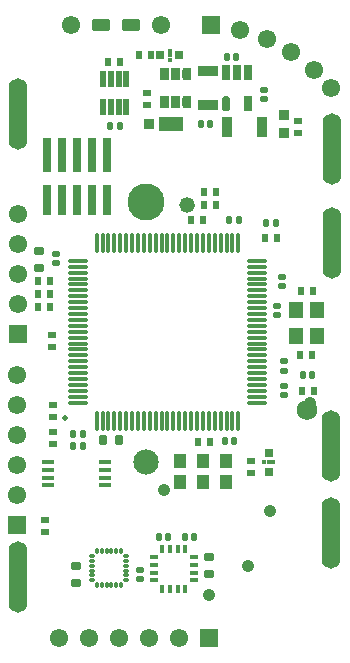
<source format=gbs>
G04 Layer_Color=16711935*
%FSLAX44Y44*%
%MOMM*%
G71*
G01*
G75*
G04:AMPARAMS|DCode=18|XSize=0.508mm|YSize=0.6096mm|CornerRadius=0.127mm|HoleSize=0mm|Usage=FLASHONLY|Rotation=180.002|XOffset=0mm|YOffset=0mm|HoleType=Round|Shape=RoundedRectangle|*
%AMROUNDEDRECTD18*
21,1,0.5080,0.3556,0,0,180.0*
21,1,0.2540,0.6096,0,0,180.0*
1,1,0.2540,-0.1270,0.1778*
1,1,0.2540,0.1270,0.1778*
1,1,0.2540,0.1270,-0.1778*
1,1,0.2540,-0.1270,-0.1778*
%
%ADD18ROUNDEDRECTD18*%
G04:AMPARAMS|DCode=21|XSize=0.508mm|YSize=0.6096mm|CornerRadius=0.127mm|HoleSize=0mm|Usage=FLASHONLY|Rotation=90.000|XOffset=0mm|YOffset=0mm|HoleType=Round|Shape=RoundedRectangle|*
%AMROUNDEDRECTD21*
21,1,0.5080,0.3556,0,0,90.0*
21,1,0.2540,0.6096,0,0,90.0*
1,1,0.2540,0.1778,0.1270*
1,1,0.2540,0.1778,-0.1270*
1,1,0.2540,-0.1778,-0.1270*
1,1,0.2540,-0.1778,0.1270*
%
%ADD21ROUNDEDRECTD21*%
G04:AMPARAMS|DCode=22|XSize=0.508mm|YSize=0.6096mm|CornerRadius=0.127mm|HoleSize=0mm|Usage=FLASHONLY|Rotation=180.000|XOffset=0mm|YOffset=0mm|HoleType=Round|Shape=RoundedRectangle|*
%AMROUNDEDRECTD22*
21,1,0.5080,0.3556,0,0,180.0*
21,1,0.2540,0.6096,0,0,180.0*
1,1,0.2540,-0.1270,0.1778*
1,1,0.2540,0.1270,0.1778*
1,1,0.2540,0.1270,-0.1778*
1,1,0.2540,-0.1270,-0.1778*
%
%ADD22ROUNDEDRECTD22*%
G04:AMPARAMS|DCode=46|XSize=0.6096mm|YSize=0.9144mm|CornerRadius=0.1524mm|HoleSize=0mm|Usage=FLASHONLY|Rotation=0.000|XOffset=0mm|YOffset=0mm|HoleType=Round|Shape=RoundedRectangle|*
%AMROUNDEDRECTD46*
21,1,0.6096,0.6096,0,0,0.0*
21,1,0.3048,0.9144,0,0,0.0*
1,1,0.3048,0.1524,-0.3048*
1,1,0.3048,-0.1524,-0.3048*
1,1,0.3048,-0.1524,0.3048*
1,1,0.3048,0.1524,0.3048*
%
%ADD46ROUNDEDRECTD46*%
G04:AMPARAMS|DCode=47|XSize=0.6096mm|YSize=0.9144mm|CornerRadius=0.1524mm|HoleSize=0mm|Usage=FLASHONLY|Rotation=90.000|XOffset=0mm|YOffset=0mm|HoleType=Round|Shape=RoundedRectangle|*
%AMROUNDEDRECTD47*
21,1,0.6096,0.6096,0,0,90.0*
21,1,0.3048,0.9144,0,0,90.0*
1,1,0.3048,0.3048,0.1524*
1,1,0.3048,0.3048,-0.1524*
1,1,0.3048,-0.3048,-0.1524*
1,1,0.3048,-0.3048,0.1524*
%
%ADD47ROUNDEDRECTD47*%
G04:AMPARAMS|DCode=51|XSize=0.6604mm|YSize=0.3048mm|CornerRadius=0mm|HoleSize=0mm|Usage=FLASHONLY|Rotation=179.998|XOffset=0mm|YOffset=0mm|HoleType=Round|Shape=Rectangle|*
%AMROTATEDRECTD51*
4,1,4,0.3302,0.1524,0.3302,-0.1524,-0.3302,-0.1524,-0.3302,0.1524,0.3302,0.1524,0.0*
%
%ADD51ROTATEDRECTD51*%

G04:AMPARAMS|DCode=52|XSize=0.6604mm|YSize=0.3048mm|CornerRadius=0mm|HoleSize=0mm|Usage=FLASHONLY|Rotation=89.998|XOffset=0mm|YOffset=0mm|HoleType=Round|Shape=Rectangle|*
%AMROTATEDRECTD52*
4,1,4,0.1524,-0.3302,-0.1524,-0.3302,-0.1524,0.3302,0.1524,0.3302,0.1524,-0.3302,0.0*
%
%ADD52ROTATEDRECTD52*%

G04:AMPARAMS|DCode=71|XSize=0.508mm|YSize=0.6096mm|CornerRadius=0.127mm|HoleSize=0mm|Usage=FLASHONLY|Rotation=89.990|XOffset=0mm|YOffset=0mm|HoleType=Round|Shape=RoundedRectangle|*
%AMROUNDEDRECTD71*
21,1,0.5080,0.3556,0,0,90.0*
21,1,0.2540,0.6096,0,0,90.0*
1,1,0.2540,0.1778,0.1270*
1,1,0.2540,0.1778,-0.1270*
1,1,0.2540,-0.1778,-0.1270*
1,1,0.2540,-0.1778,0.1270*
%
%ADD71ROUNDEDRECTD71*%
G04:AMPARAMS|DCode=72|XSize=0.508mm|YSize=0.6096mm|CornerRadius=0.127mm|HoleSize=0mm|Usage=FLASHONLY|Rotation=89.982|XOffset=0mm|YOffset=0mm|HoleType=Round|Shape=RoundedRectangle|*
%AMROUNDEDRECTD72*
21,1,0.5080,0.3556,0,0,90.0*
21,1,0.2540,0.6096,0,0,90.0*
1,1,0.2540,0.1778,0.1269*
1,1,0.2540,0.1778,-0.1271*
1,1,0.2540,-0.1778,-0.1269*
1,1,0.2540,-0.1778,0.1271*
%
%ADD72ROUNDEDRECTD72*%
G04:AMPARAMS|DCode=73|XSize=0.508mm|YSize=0.6096mm|CornerRadius=0.127mm|HoleSize=0mm|Usage=FLASHONLY|Rotation=179.990|XOffset=0mm|YOffset=0mm|HoleType=Round|Shape=RoundedRectangle|*
%AMROUNDEDRECTD73*
21,1,0.5080,0.3556,0,0,180.0*
21,1,0.2540,0.6096,0,0,180.0*
1,1,0.2540,-0.1270,0.1778*
1,1,0.2540,0.1270,0.1778*
1,1,0.2540,0.1270,-0.1778*
1,1,0.2540,-0.1270,-0.1778*
%
%ADD73ROUNDEDRECTD73*%
G04:AMPARAMS|DCode=74|XSize=0.508mm|YSize=0.6096mm|CornerRadius=0.127mm|HoleSize=0mm|Usage=FLASHONLY|Rotation=179.998|XOffset=0mm|YOffset=0mm|HoleType=Round|Shape=RoundedRectangle|*
%AMROUNDEDRECTD74*
21,1,0.5080,0.3556,0,0,180.0*
21,1,0.2540,0.6096,0,0,180.0*
1,1,0.2540,-0.1270,0.1778*
1,1,0.2540,0.1270,0.1778*
1,1,0.2540,0.1270,-0.1778*
1,1,0.2540,-0.1270,-0.1778*
%
%ADD74ROUNDEDRECTD74*%
G04:AMPARAMS|DCode=233|XSize=0.5588mm|YSize=0.6604mm|CornerRadius=0mm|HoleSize=0mm|Usage=FLASHONLY|Rotation=270.010|XOffset=0mm|YOffset=0mm|HoleType=Round|Shape=Rectangle|*
%AMROTATEDRECTD233*
4,1,4,-0.3302,0.2793,0.3302,0.2795,0.3302,-0.2793,-0.3302,-0.2795,-0.3302,0.2793,0.0*
%
%ADD233ROTATEDRECTD233*%

G04:AMPARAMS|DCode=234|XSize=0.5588mm|YSize=0.6604mm|CornerRadius=0mm|HoleSize=0mm|Usage=FLASHONLY|Rotation=0.002|XOffset=0mm|YOffset=0mm|HoleType=Round|Shape=Rectangle|*
%AMROTATEDRECTD234*
4,1,4,-0.2794,-0.3302,-0.2794,0.3302,0.2794,0.3302,0.2794,-0.3302,-0.2794,-0.3302,0.0*
%
%ADD234ROTATEDRECTD234*%

%ADD239C,1.7272*%
%ADD240O,1.5748X6.0508*%
%ADD241C,2.1368*%
%ADD242C,3.1369*%
%ADD243R,1.5508X1.5508*%
%ADD244C,1.5508*%
%ADD245R,1.5508X1.5508*%
G04:AMPARAMS|DCode=246|XSize=1.5508mm|YSize=1.0508mm|CornerRadius=0.2754mm|HoleSize=0mm|Usage=FLASHONLY|Rotation=180.000|XOffset=0mm|YOffset=0mm|HoleType=Round|Shape=RoundedRectangle|*
%AMROUNDEDRECTD246*
21,1,1.5508,0.5000,0,0,180.0*
21,1,1.0000,1.0508,0,0,180.0*
1,1,0.5508,-0.5000,0.2500*
1,1,0.5508,0.5000,0.2500*
1,1,0.5508,0.5000,-0.2500*
1,1,0.5508,-0.5000,-0.2500*
%
%ADD246ROUNDEDRECTD246*%
%ADD247C,0.5008*%
G04:AMPARAMS|DCode=248|XSize=1.0668mm|YSize=1.0668mm|CornerRadius=0.5334mm|HoleSize=0mm|Usage=FLASHONLY|Rotation=90.000|XOffset=0mm|YOffset=0mm|HoleType=Round|Shape=RoundedRectangle|*
%AMROUNDEDRECTD248*
21,1,1.0668,0.0000,0,0,90.0*
21,1,0.0000,1.0668,0,0,90.0*
1,1,1.0668,0.0000,0.0000*
1,1,1.0668,0.0000,0.0000*
1,1,1.0668,0.0000,0.0000*
1,1,1.0668,0.0000,0.0000*
%
%ADD248ROUNDEDRECTD248*%
G04:AMPARAMS|DCode=249|XSize=1.3208mm|YSize=1.3208mm|CornerRadius=0.6604mm|HoleSize=0mm|Usage=FLASHONLY|Rotation=90.000|XOffset=0mm|YOffset=0mm|HoleType=Round|Shape=RoundedRectangle|*
%AMROUNDEDRECTD249*
21,1,1.3208,0.0000,0,0,90.0*
21,1,0.0000,1.3208,0,0,90.0*
1,1,1.3208,0.0000,0.0000*
1,1,1.3208,0.0000,0.0000*
1,1,1.3208,0.0000,0.0000*
1,1,1.3208,0.0000,0.0000*
%
%ADD249ROUNDEDRECTD249*%
%ADD250R,0.7874X2.8448*%
%ADD251R,0.7874X2.5508*%
G04:AMPARAMS|DCode=252|XSize=0.6096mm|YSize=1.27mm|CornerRadius=0mm|HoleSize=0mm|Usage=FLASHONLY|Rotation=359.998|XOffset=0mm|YOffset=0mm|HoleType=Round|Shape=Rectangle|*
%AMROTATEDRECTD252*
4,1,4,-0.3048,-0.6350,-0.3048,0.6350,0.3048,0.6350,0.3048,-0.6350,-0.3048,-0.6350,0.0*
%
%ADD252ROTATEDRECTD252*%

G04:AMPARAMS|DCode=253|XSize=0.6096mm|YSize=1.27mm|CornerRadius=0.1651mm|HoleSize=0mm|Usage=FLASHONLY|Rotation=359.998|XOffset=0mm|YOffset=0mm|HoleType=Round|Shape=RoundedRectangle|*
%AMROUNDEDRECTD253*
21,1,0.6096,0.9398,0,0,360.0*
21,1,0.2794,1.2700,0,0,360.0*
1,1,0.3302,0.1397,-0.4699*
1,1,0.3302,-0.1397,-0.4699*
1,1,0.3302,-0.1397,0.4699*
1,1,0.3302,0.1397,0.4699*
%
%ADD253ROUNDEDRECTD253*%
%ADD254R,0.5588X0.6604*%
G04:AMPARAMS|DCode=255|XSize=0.762mm|YSize=1.0668mm|CornerRadius=0mm|HoleSize=0mm|Usage=FLASHONLY|Rotation=359.990|XOffset=0mm|YOffset=0mm|HoleType=Round|Shape=Rectangle|*
%AMROTATEDRECTD255*
4,1,4,-0.3811,-0.5333,-0.3809,0.5335,0.3811,0.5333,0.3809,-0.5335,-0.3811,-0.5333,0.0*
%
%ADD255ROTATEDRECTD255*%

G04:AMPARAMS|DCode=256|XSize=0.762mm|YSize=1.0668mm|CornerRadius=0.2032mm|HoleSize=0mm|Usage=FLASHONLY|Rotation=359.990|XOffset=0mm|YOffset=0mm|HoleType=Round|Shape=RoundedRectangle|*
%AMROUNDEDRECTD256*
21,1,0.7620,0.6604,0,0,360.0*
21,1,0.3556,1.0668,0,0,360.0*
1,1,0.4064,0.1777,-0.3302*
1,1,0.4064,-0.1779,-0.3302*
1,1,0.4064,-0.1777,0.3302*
1,1,0.4064,0.1779,0.3302*
%
%ADD256ROUNDEDRECTD256*%
%ADD257P,1.2213X4X405.0*%
G04:AMPARAMS|DCode=258|XSize=0.5588mm|YSize=0.6604mm|CornerRadius=0mm|HoleSize=0mm|Usage=FLASHONLY|Rotation=269.990|XOffset=0mm|YOffset=0mm|HoleType=Round|Shape=Rectangle|*
%AMROTATEDRECTD258*
4,1,4,-0.3302,0.2795,0.3302,0.2793,0.3302,-0.2795,-0.3302,-0.2793,-0.3302,0.2795,0.0*
%
%ADD258ROTATEDRECTD258*%

%ADD259R,1.0922X0.4572*%
%ADD260R,0.6604X0.5588*%
%ADD261R,2.0574X1.1684*%
%ADD262R,1.2700X1.4732*%
%ADD263R,0.6604X0.6604*%
%ADD264R,0.4572X0.4572*%
%ADD265R,0.4826X1.3716*%
%ADD266O,1.8508X0.3508*%
%ADD267O,0.3508X1.8508*%
%ADD268R,1.6510X0.9652*%
%ADD269R,0.9652X1.6510*%
G04:AMPARAMS|DCode=270|XSize=0.508mm|YSize=0.2794mm|CornerRadius=0.1054mm|HoleSize=0mm|Usage=FLASHONLY|Rotation=270.000|XOffset=0mm|YOffset=0mm|HoleType=Round|Shape=RoundedRectangle|*
%AMROUNDEDRECTD270*
21,1,0.5080,0.0686,0,0,270.0*
21,1,0.2972,0.2794,0,0,270.0*
1,1,0.2108,-0.0343,-0.1486*
1,1,0.2108,-0.0343,0.1486*
1,1,0.2108,0.0343,0.1486*
1,1,0.2108,0.0343,-0.1486*
%
%ADD270ROUNDEDRECTD270*%
G04:AMPARAMS|DCode=271|XSize=0.508mm|YSize=0.2794mm|CornerRadius=0.0826mm|HoleSize=0mm|Usage=FLASHONLY|Rotation=270.000|XOffset=0mm|YOffset=0mm|HoleType=Round|Shape=RoundedRectangle|*
%AMROUNDEDRECTD271*
21,1,0.5080,0.1143,0,0,270.0*
21,1,0.3429,0.2794,0,0,270.0*
1,1,0.1651,-0.0572,-0.1714*
1,1,0.1651,-0.0572,0.1714*
1,1,0.1651,0.0572,0.1714*
1,1,0.1651,0.0572,-0.1714*
%
%ADD271ROUNDEDRECTD271*%
G04:AMPARAMS|DCode=272|XSize=0.508mm|YSize=0.2794mm|CornerRadius=0.1054mm|HoleSize=0mm|Usage=FLASHONLY|Rotation=180.000|XOffset=0mm|YOffset=0mm|HoleType=Round|Shape=RoundedRectangle|*
%AMROUNDEDRECTD272*
21,1,0.5080,0.0686,0,0,180.0*
21,1,0.2972,0.2794,0,0,180.0*
1,1,0.2108,-0.1486,0.0343*
1,1,0.2108,0.1486,0.0343*
1,1,0.2108,0.1486,-0.0343*
1,1,0.2108,-0.1486,-0.0343*
%
%ADD272ROUNDEDRECTD272*%
G04:AMPARAMS|DCode=273|XSize=0.508mm|YSize=0.2794mm|CornerRadius=0.0826mm|HoleSize=0mm|Usage=FLASHONLY|Rotation=180.000|XOffset=0mm|YOffset=0mm|HoleType=Round|Shape=RoundedRectangle|*
%AMROUNDEDRECTD273*
21,1,0.5080,0.1143,0,0,180.0*
21,1,0.3429,0.2794,0,0,180.0*
1,1,0.1651,-0.1714,0.0572*
1,1,0.1651,0.1714,0.0572*
1,1,0.1651,0.1714,-0.0572*
1,1,0.1651,-0.1714,-0.0572*
%
%ADD273ROUNDEDRECTD273*%
%ADD274R,1.0668X1.1684*%
%ADD275R,0.6604X0.6604*%
%ADD276R,0.4572X0.4572*%
D18*
X2547048Y791210D02*
D03*
X2539048D02*
D03*
X2635822Y524256D02*
D03*
X2643822D02*
D03*
X2602294Y443230D02*
D03*
X2610294Y443230D02*
D03*
D21*
X2563876Y415480D02*
D03*
Y407480D02*
D03*
X2684781Y663384D02*
D03*
X2684779Y655384D02*
D03*
X2686304Y591820D02*
D03*
Y583820D02*
D03*
X2686558Y563182D02*
D03*
Y571182D02*
D03*
X2492756Y683196D02*
D03*
Y675196D02*
D03*
D22*
X2647632Y711708D02*
D03*
X2639632D02*
D03*
X2679128Y708660D02*
D03*
X2671128D02*
D03*
X2623502Y793242D02*
D03*
X2615502D02*
D03*
X2515552Y520192D02*
D03*
X2507552D02*
D03*
X2515806Y530352D02*
D03*
X2507806D02*
D03*
X2645600Y849630D02*
D03*
X2637600D02*
D03*
D46*
X2546746Y525272D02*
D03*
X2532746D02*
D03*
D47*
X2478786Y684926D02*
D03*
Y670926D02*
D03*
X2622804Y411846D02*
D03*
Y425846D02*
D03*
X2510028Y418226D02*
D03*
Y404226D02*
D03*
D51*
X2609832Y426055D02*
D03*
X2609832Y419555D02*
D03*
X2609832Y413055D02*
D03*
X2609832Y406555D02*
D03*
X2575832Y406557D02*
D03*
X2575832Y413057D02*
D03*
X2575832Y419557D02*
D03*
X2575832Y426057D02*
D03*
D52*
X2602581Y399306D02*
D03*
X2596082Y399306D02*
D03*
X2589581Y399306D02*
D03*
X2583081Y399306D02*
D03*
X2583083Y433306D02*
D03*
X2589583Y433306D02*
D03*
X2596082Y433306D02*
D03*
X2602583Y433306D02*
D03*
D71*
X2669031Y813626D02*
D03*
X2669033Y821626D02*
D03*
D72*
X2680461Y630746D02*
D03*
X2680463Y638746D02*
D03*
D73*
X2710116Y580643D02*
D03*
X2702116Y580645D02*
D03*
D74*
X2587942Y443230D02*
D03*
X2579942Y443230D02*
D03*
D233*
X2569971Y809324D02*
D03*
X2569973Y819404D02*
D03*
X2490724Y532384D02*
D03*
Y522304D02*
D03*
Y554990D02*
D03*
Y544910D02*
D03*
X2658110Y507238D02*
D03*
X2658110Y497158D02*
D03*
X2489962Y604092D02*
D03*
Y614172D02*
D03*
D234*
X2709592Y596918D02*
D03*
X2699512Y596918D02*
D03*
X2710354Y651782D02*
D03*
X2700274Y651782D02*
D03*
X2679978Y696468D02*
D03*
X2669898Y696470D02*
D03*
X2563368Y851154D02*
D03*
X2573448D02*
D03*
X2547286Y845312D02*
D03*
X2537206D02*
D03*
X2711624Y566928D02*
D03*
X2701544D02*
D03*
X2628312Y723900D02*
D03*
X2618232D02*
D03*
X2628143Y735478D02*
D03*
X2618063D02*
D03*
D239*
X2705608Y550418D02*
D03*
D240*
X2726690Y771398D02*
D03*
X2726944Y692404D02*
D03*
X2726182Y520446D02*
D03*
Y446278D02*
D03*
X2461006Y409448D02*
D03*
Y801116D02*
D03*
D241*
X2569464Y506966D02*
D03*
D242*
Y727202D02*
D03*
D243*
X2622296Y357632D02*
D03*
X2624540Y876462D02*
D03*
D244*
X2596896Y357632D02*
D03*
X2571496D02*
D03*
X2546096D02*
D03*
X2520696D02*
D03*
X2495296D02*
D03*
X2460752Y717042D02*
D03*
Y691642D02*
D03*
Y666242D02*
D03*
Y640842D02*
D03*
X2648549Y872523D02*
D03*
X2671517Y864668D02*
D03*
X2691880Y853732D02*
D03*
X2711182Y838910D02*
D03*
X2726222Y822992D02*
D03*
X2460498Y580390D02*
D03*
Y554990D02*
D03*
Y529590D02*
D03*
Y504190D02*
D03*
Y478790D02*
D03*
X2581656Y876300D02*
D03*
X2505456D02*
D03*
D245*
X2460752Y615442D02*
D03*
X2460498Y453390D02*
D03*
D246*
X2556256Y876300D02*
D03*
X2530856D02*
D03*
D247*
X2500376Y544068D02*
D03*
D248*
X2708148Y556514D02*
D03*
X2584450Y483362D02*
D03*
X2674366Y465582D02*
D03*
X2622550Y393700D02*
D03*
X2655316Y418338D02*
D03*
D249*
X2603754Y724662D02*
D03*
D250*
X2485644Y766826D02*
D03*
X2498344D02*
D03*
X2511044D02*
D03*
X2523744D02*
D03*
X2536444D02*
D03*
D251*
X2485644Y728182D02*
D03*
X2498344D02*
D03*
X2511044D02*
D03*
X2523744D02*
D03*
X2536444D02*
D03*
D252*
X2636927Y835961D02*
D03*
X2646426Y835961D02*
D03*
X2656078Y835961D02*
D03*
X2656078Y809752D02*
D03*
D253*
X2636925Y809752D02*
D03*
D254*
X2487930Y638048D02*
D03*
X2477850Y638048D02*
D03*
X2487930Y659638D02*
D03*
X2477850Y659638D02*
D03*
X2487930Y648716D02*
D03*
X2477850Y648716D02*
D03*
X2613486Y523748D02*
D03*
X2623566D02*
D03*
X2607644Y711708D02*
D03*
X2617724D02*
D03*
D255*
X2585112Y835470D02*
D03*
X2594612Y835468D02*
D03*
X2594608Y811276D02*
D03*
X2585108Y811278D02*
D03*
D256*
X2604264Y835466D02*
D03*
X2604260Y811274D02*
D03*
D257*
X2685796Y785114D02*
D03*
X2685796Y800234D02*
D03*
X2571750Y793242D02*
D03*
D258*
X2697987Y785114D02*
D03*
X2697989Y795194D02*
D03*
D259*
X2486536Y486820D02*
D03*
Y493320D02*
D03*
X2486536Y499872D02*
D03*
Y506476D02*
D03*
X2534666Y506476D02*
D03*
X2534666Y499872D02*
D03*
X2534666Y493320D02*
D03*
X2534666Y486820D02*
D03*
D260*
X2484120Y457882D02*
D03*
Y447802D02*
D03*
D261*
X2590854Y793242D02*
D03*
D262*
X2713736Y613350D02*
D03*
X2713736Y635526D02*
D03*
X2696600Y613350D02*
D03*
X2696600Y635526D02*
D03*
D263*
X2673096Y514730D02*
D03*
X2673096Y498602D02*
D03*
D264*
X2677096Y506730D02*
D03*
X2669032Y506730D02*
D03*
X2673096D02*
D03*
D265*
X2552544Y806892D02*
D03*
X2546044D02*
D03*
X2539492D02*
D03*
X2532888D02*
D03*
Y830580D02*
D03*
X2539492D02*
D03*
X2546044D02*
D03*
X2552544D02*
D03*
D266*
X2662998Y676984D02*
D03*
Y671984D02*
D03*
X2662998Y666984D02*
D03*
X2662998Y661984D02*
D03*
X2662998Y656984D02*
D03*
X2662998Y651984D02*
D03*
X2662998Y646984D02*
D03*
X2662998Y641984D02*
D03*
X2662998Y636984D02*
D03*
X2662998Y631984D02*
D03*
X2662998Y626984D02*
D03*
X2662998Y621984D02*
D03*
X2662998Y616984D02*
D03*
X2662998Y611984D02*
D03*
X2662998Y606984D02*
D03*
X2662998Y601984D02*
D03*
X2662998Y596984D02*
D03*
X2662998Y591984D02*
D03*
X2662998Y586984D02*
D03*
X2662998Y581984D02*
D03*
X2662998Y576984D02*
D03*
X2662998Y571984D02*
D03*
X2662998Y566984D02*
D03*
X2662998Y561984D02*
D03*
X2662998Y556984D02*
D03*
X2511998Y556984D02*
D03*
Y561984D02*
D03*
X2511998Y566984D02*
D03*
X2511998Y571984D02*
D03*
X2511998Y576984D02*
D03*
X2511998Y581984D02*
D03*
X2511998Y586984D02*
D03*
X2511998Y591984D02*
D03*
X2511998Y596984D02*
D03*
X2511998Y601984D02*
D03*
X2511998Y606984D02*
D03*
X2511998Y611984D02*
D03*
X2511998Y616984D02*
D03*
X2511998Y621984D02*
D03*
X2511998Y626984D02*
D03*
X2511998Y631984D02*
D03*
X2511998Y636984D02*
D03*
X2511998Y641984D02*
D03*
X2511998Y646984D02*
D03*
X2511997Y661984D02*
D03*
X2511998Y666984D02*
D03*
Y671984D02*
D03*
X2511998Y676984D02*
D03*
X2511998Y656984D02*
D03*
X2511998Y651984D02*
D03*
D267*
X2647498Y541484D02*
D03*
X2642498D02*
D03*
X2637498Y541484D02*
D03*
X2632498Y541484D02*
D03*
X2627498Y541484D02*
D03*
X2622498Y541484D02*
D03*
X2617498Y541484D02*
D03*
X2612498Y541484D02*
D03*
X2607498Y541484D02*
D03*
X2602498Y541484D02*
D03*
X2597498Y541484D02*
D03*
X2592498Y541484D02*
D03*
X2587498Y541484D02*
D03*
X2582498Y541484D02*
D03*
X2577498Y541484D02*
D03*
X2572498D02*
D03*
X2567498Y541484D02*
D03*
X2562498Y541484D02*
D03*
X2557498Y541484D02*
D03*
X2552498Y541484D02*
D03*
X2547498Y541484D02*
D03*
X2542498Y541484D02*
D03*
X2537498Y541484D02*
D03*
X2532498D02*
D03*
X2527498Y541484D02*
D03*
X2527498Y692484D02*
D03*
X2532498D02*
D03*
X2537498Y692484D02*
D03*
X2542498Y692484D02*
D03*
X2547498Y692484D02*
D03*
X2552498Y692484D02*
D03*
X2557498Y692484D02*
D03*
X2562498Y692484D02*
D03*
X2567498Y692484D02*
D03*
X2572498Y692484D02*
D03*
X2577498Y692484D02*
D03*
X2582498Y692484D02*
D03*
X2587498Y692484D02*
D03*
X2592498Y692484D02*
D03*
X2597498Y692484D02*
D03*
X2602498Y692484D02*
D03*
X2607498Y692484D02*
D03*
X2612498Y692484D02*
D03*
X2617498Y692484D02*
D03*
X2622498Y692484D02*
D03*
X2627498Y692484D02*
D03*
X2632498Y692484D02*
D03*
X2637498Y692484D02*
D03*
X2642498D02*
D03*
X2647498Y692484D02*
D03*
D268*
X2621534Y837946D02*
D03*
Y808714D02*
D03*
D269*
X2667508Y790448D02*
D03*
X2638276D02*
D03*
D270*
X2547968Y431038D02*
D03*
X2527808D02*
D03*
Y402814D02*
D03*
D271*
X2543968Y431038D02*
D03*
X2539968D02*
D03*
X2535936D02*
D03*
X2531872D02*
D03*
Y402814D02*
D03*
X2535936D02*
D03*
X2539968D02*
D03*
X2543968D02*
D03*
X2547968D02*
D03*
D272*
X2523744Y426974D02*
D03*
Y406814D02*
D03*
X2551968Y426974D02*
D03*
D273*
X2523744Y422910D02*
D03*
Y418846D02*
D03*
Y414814D02*
D03*
Y410814D02*
D03*
X2551968Y406814D02*
D03*
Y410814D02*
D03*
Y414814D02*
D03*
Y418846D02*
D03*
Y422910D02*
D03*
D274*
X2637028Y507238D02*
D03*
X2637028Y490102D02*
D03*
X2617724Y507238D02*
D03*
X2617724Y490102D02*
D03*
X2598420Y507238D02*
D03*
X2598420Y490102D02*
D03*
D275*
X2597530Y850900D02*
D03*
X2581402Y850900D02*
D03*
D276*
X2589530Y846900D02*
D03*
Y854964D02*
D03*
Y850900D02*
D03*
M02*

</source>
